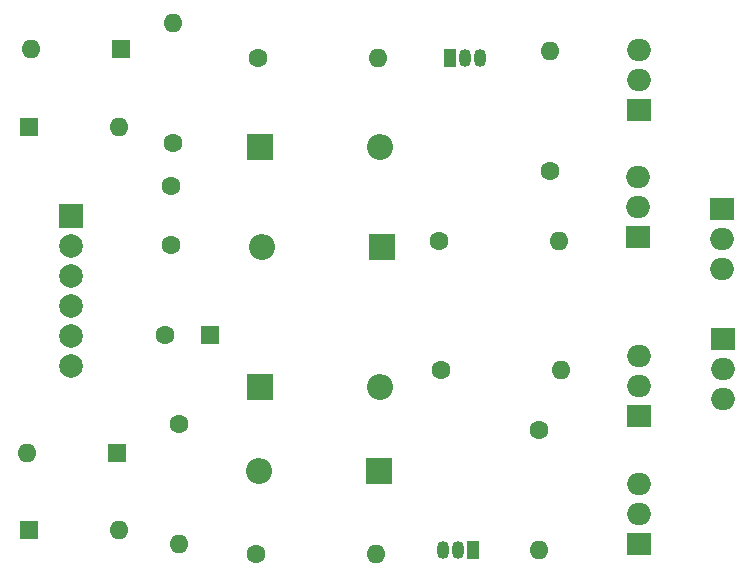
<source format=gbr>
%TF.GenerationSoftware,KiCad,Pcbnew,9.0.0*%
%TF.CreationDate,2025-04-05T16:30:54-04:00*%
%TF.ProjectId,h-bridge,682d6272-6964-4676-952e-6b696361645f,rev?*%
%TF.SameCoordinates,Original*%
%TF.FileFunction,Soldermask,Top*%
%TF.FilePolarity,Negative*%
%FSLAX46Y46*%
G04 Gerber Fmt 4.6, Leading zero omitted, Abs format (unit mm)*
G04 Created by KiCad (PCBNEW 9.0.0) date 2025-04-05 16:30:54*
%MOMM*%
%LPD*%
G01*
G04 APERTURE LIST*
%ADD10O,2.000000X1.905000*%
%ADD11R,2.000000X1.905000*%
%ADD12O,1.600000X1.600000*%
%ADD13C,1.600000*%
%ADD14O,2.200000X2.200000*%
%ADD15R,2.200000X2.200000*%
%ADD16O,1.050000X1.500000*%
%ADD17R,1.050000X1.500000*%
%ADD18R,1.600000X1.600000*%
%ADD19C,2.000000*%
%ADD20R,2.000000X2.000000*%
G04 APERTURE END LIST*
D10*
%TO.C,Q5*%
X150045000Y-110045000D03*
X150045000Y-112585000D03*
D11*
X150045000Y-115125000D03*
%TD*%
D12*
%TO.C,R5*%
X143235000Y-89425000D03*
D13*
X133075000Y-89425000D03*
%TD*%
D10*
%TO.C,Q6*%
X150045000Y-99165000D03*
X150045000Y-101705000D03*
D11*
X150045000Y-104245000D03*
%TD*%
D12*
%TO.C,R8*%
X143435000Y-100325000D03*
D13*
X133275000Y-100325000D03*
%TD*%
D10*
%TO.C,Q4*%
X149955000Y-84055000D03*
X149955000Y-86595000D03*
D11*
X149955000Y-89135000D03*
%TD*%
%TO.C,Q2*%
X150045000Y-78325000D03*
D10*
X150045000Y-75785000D03*
X150045000Y-73245000D03*
%TD*%
D14*
%TO.C,D5*%
X128095000Y-81525000D03*
D15*
X117935000Y-81525000D03*
%TD*%
D16*
%TO.C,Q8*%
X133375000Y-115575000D03*
X134645000Y-115575000D03*
D17*
X135915000Y-115575000D03*
%TD*%
D16*
%TO.C,Q1*%
X136540000Y-73945000D03*
X135270000Y-73945000D03*
D17*
X134000000Y-73945000D03*
%TD*%
D12*
%TO.C,R3*%
X127935000Y-73925000D03*
D13*
X117775000Y-73925000D03*
%TD*%
D14*
%TO.C,D7*%
X128095000Y-101825000D03*
D15*
X117935000Y-101825000D03*
%TD*%
D12*
%TO.C,R4*%
X127735000Y-115925000D03*
D13*
X117575000Y-115925000D03*
%TD*%
%TO.C,C2*%
X109910302Y-97425000D03*
D18*
X113710302Y-97425000D03*
%TD*%
D12*
%TO.C,D1*%
X98535000Y-73225000D03*
D18*
X106155000Y-73225000D03*
%TD*%
D12*
%TO.C,R1*%
X110575000Y-70965000D03*
D13*
X110575000Y-81125000D03*
%TD*%
D12*
%TO.C,D3*%
X98225000Y-107375000D03*
D18*
X105845000Y-107375000D03*
%TD*%
D19*
%TO.C,J1*%
X101905000Y-100015000D03*
X101905000Y-97475000D03*
X101905000Y-94935000D03*
X101905000Y-92395000D03*
X101905000Y-89855000D03*
D20*
X101905000Y-87315000D03*
%TD*%
D18*
%TO.C,D4*%
X98345000Y-113925000D03*
D12*
X105965000Y-113925000D03*
%TD*%
D18*
%TO.C,D2*%
X98345000Y-79825000D03*
D12*
X105965000Y-79825000D03*
%TD*%
D13*
%TO.C,R6*%
X141575000Y-105460000D03*
D12*
X141575000Y-115620000D03*
%TD*%
D13*
%TO.C,R2*%
X111075000Y-104975000D03*
D12*
X111075000Y-115135000D03*
%TD*%
D15*
%TO.C,D6*%
X128280000Y-89925000D03*
D14*
X118120000Y-89925000D03*
%TD*%
D11*
%TO.C,Q3*%
X157085000Y-97755000D03*
D10*
X157085000Y-100295000D03*
X157085000Y-102835000D03*
%TD*%
D13*
%TO.C,C1*%
X110385000Y-84785000D03*
X110385000Y-89785000D03*
%TD*%
%TO.C,R7*%
X142475000Y-83525000D03*
D12*
X142475000Y-73365000D03*
%TD*%
D11*
%TO.C,Q7*%
X157005000Y-86755000D03*
D10*
X157005000Y-89295000D03*
X157005000Y-91835000D03*
%TD*%
D15*
%TO.C,D8*%
X128035000Y-108875000D03*
D14*
X117875000Y-108875000D03*
%TD*%
M02*

</source>
